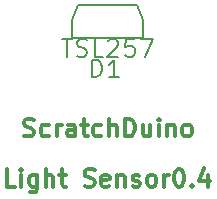
<source format=gbr>
G04 (created by PCBNEW (2013-may-18)-stable) date Вс 25 окт 2015 21:35:21*
%MOIN*%
G04 Gerber Fmt 3.4, Leading zero omitted, Abs format*
%FSLAX34Y34*%
G01*
G70*
G90*
G04 APERTURE LIST*
%ADD10C,0.00393701*%
%ADD11C,0.011811*%
%ADD12C,0.00590551*%
G04 APERTURE END LIST*
G54D10*
G54D11*
X8436Y-12050D02*
X8155Y-12050D01*
X8155Y-11459D01*
X8633Y-12050D02*
X8633Y-11656D01*
X8633Y-11459D02*
X8605Y-11487D01*
X8633Y-11515D01*
X8661Y-11487D01*
X8633Y-11459D01*
X8633Y-11515D01*
X9167Y-11656D02*
X9167Y-12134D01*
X9139Y-12190D01*
X9111Y-12218D01*
X9055Y-12246D01*
X8970Y-12246D01*
X8914Y-12218D01*
X9167Y-12021D02*
X9111Y-12050D01*
X8998Y-12050D01*
X8942Y-12021D01*
X8914Y-11993D01*
X8886Y-11937D01*
X8886Y-11768D01*
X8914Y-11712D01*
X8942Y-11684D01*
X8998Y-11656D01*
X9111Y-11656D01*
X9167Y-11684D01*
X9448Y-12050D02*
X9448Y-11459D01*
X9701Y-12050D02*
X9701Y-11740D01*
X9673Y-11684D01*
X9617Y-11656D01*
X9533Y-11656D01*
X9476Y-11684D01*
X9448Y-11712D01*
X9898Y-11656D02*
X10123Y-11656D01*
X9983Y-11459D02*
X9983Y-11965D01*
X10011Y-12021D01*
X10067Y-12050D01*
X10123Y-12050D01*
X10742Y-12021D02*
X10826Y-12050D01*
X10967Y-12050D01*
X11023Y-12021D01*
X11051Y-11993D01*
X11079Y-11937D01*
X11079Y-11881D01*
X11051Y-11825D01*
X11023Y-11796D01*
X10967Y-11768D01*
X10854Y-11740D01*
X10798Y-11712D01*
X10770Y-11684D01*
X10742Y-11628D01*
X10742Y-11571D01*
X10770Y-11515D01*
X10798Y-11487D01*
X10854Y-11459D01*
X10995Y-11459D01*
X11079Y-11487D01*
X11557Y-12021D02*
X11501Y-12050D01*
X11389Y-12050D01*
X11332Y-12021D01*
X11304Y-11965D01*
X11304Y-11740D01*
X11332Y-11684D01*
X11389Y-11656D01*
X11501Y-11656D01*
X11557Y-11684D01*
X11586Y-11740D01*
X11586Y-11796D01*
X11304Y-11853D01*
X11839Y-11656D02*
X11839Y-12050D01*
X11839Y-11712D02*
X11867Y-11684D01*
X11923Y-11656D01*
X12007Y-11656D01*
X12064Y-11684D01*
X12092Y-11740D01*
X12092Y-12050D01*
X12345Y-12021D02*
X12401Y-12050D01*
X12514Y-12050D01*
X12570Y-12021D01*
X12598Y-11965D01*
X12598Y-11937D01*
X12570Y-11881D01*
X12514Y-11853D01*
X12429Y-11853D01*
X12373Y-11825D01*
X12345Y-11768D01*
X12345Y-11740D01*
X12373Y-11684D01*
X12429Y-11656D01*
X12514Y-11656D01*
X12570Y-11684D01*
X12935Y-12050D02*
X12879Y-12021D01*
X12851Y-11993D01*
X12823Y-11937D01*
X12823Y-11768D01*
X12851Y-11712D01*
X12879Y-11684D01*
X12935Y-11656D01*
X13020Y-11656D01*
X13076Y-11684D01*
X13104Y-11712D01*
X13132Y-11768D01*
X13132Y-11937D01*
X13104Y-11993D01*
X13076Y-12021D01*
X13020Y-12050D01*
X12935Y-12050D01*
X13385Y-12050D02*
X13385Y-11656D01*
X13385Y-11768D02*
X13413Y-11712D01*
X13442Y-11684D01*
X13498Y-11656D01*
X13554Y-11656D01*
X13863Y-11459D02*
X13920Y-11459D01*
X13976Y-11487D01*
X14004Y-11515D01*
X14032Y-11571D01*
X14060Y-11684D01*
X14060Y-11825D01*
X14032Y-11937D01*
X14004Y-11993D01*
X13976Y-12021D01*
X13920Y-12050D01*
X13863Y-12050D01*
X13807Y-12021D01*
X13779Y-11993D01*
X13751Y-11937D01*
X13723Y-11825D01*
X13723Y-11684D01*
X13751Y-11571D01*
X13779Y-11515D01*
X13807Y-11487D01*
X13863Y-11459D01*
X14313Y-11993D02*
X14341Y-12021D01*
X14313Y-12050D01*
X14285Y-12021D01*
X14313Y-11993D01*
X14313Y-12050D01*
X14848Y-11656D02*
X14848Y-12050D01*
X14707Y-11431D02*
X14566Y-11853D01*
X14932Y-11853D01*
X8717Y-10348D02*
X8802Y-10376D01*
X8942Y-10376D01*
X8998Y-10348D01*
X9026Y-10320D01*
X9055Y-10264D01*
X9055Y-10208D01*
X9026Y-10151D01*
X8998Y-10123D01*
X8942Y-10095D01*
X8830Y-10067D01*
X8773Y-10039D01*
X8745Y-10011D01*
X8717Y-9955D01*
X8717Y-9898D01*
X8745Y-9842D01*
X8773Y-9814D01*
X8830Y-9786D01*
X8970Y-9786D01*
X9055Y-9814D01*
X9561Y-10348D02*
X9505Y-10376D01*
X9392Y-10376D01*
X9336Y-10348D01*
X9308Y-10320D01*
X9280Y-10264D01*
X9280Y-10095D01*
X9308Y-10039D01*
X9336Y-10011D01*
X9392Y-9983D01*
X9505Y-9983D01*
X9561Y-10011D01*
X9814Y-10376D02*
X9814Y-9983D01*
X9814Y-10095D02*
X9842Y-10039D01*
X9870Y-10011D01*
X9926Y-9983D01*
X9983Y-9983D01*
X10433Y-10376D02*
X10433Y-10067D01*
X10404Y-10011D01*
X10348Y-9983D01*
X10236Y-9983D01*
X10179Y-10011D01*
X10433Y-10348D02*
X10376Y-10376D01*
X10236Y-10376D01*
X10179Y-10348D01*
X10151Y-10292D01*
X10151Y-10236D01*
X10179Y-10179D01*
X10236Y-10151D01*
X10376Y-10151D01*
X10433Y-10123D01*
X10629Y-9983D02*
X10854Y-9983D01*
X10714Y-9786D02*
X10714Y-10292D01*
X10742Y-10348D01*
X10798Y-10376D01*
X10854Y-10376D01*
X11304Y-10348D02*
X11248Y-10376D01*
X11136Y-10376D01*
X11079Y-10348D01*
X11051Y-10320D01*
X11023Y-10264D01*
X11023Y-10095D01*
X11051Y-10039D01*
X11079Y-10011D01*
X11136Y-9983D01*
X11248Y-9983D01*
X11304Y-10011D01*
X11557Y-10376D02*
X11557Y-9786D01*
X11811Y-10376D02*
X11811Y-10067D01*
X11782Y-10011D01*
X11726Y-9983D01*
X11642Y-9983D01*
X11586Y-10011D01*
X11557Y-10039D01*
X12092Y-10376D02*
X12092Y-9786D01*
X12232Y-9786D01*
X12317Y-9814D01*
X12373Y-9870D01*
X12401Y-9926D01*
X12429Y-10039D01*
X12429Y-10123D01*
X12401Y-10236D01*
X12373Y-10292D01*
X12317Y-10348D01*
X12232Y-10376D01*
X12092Y-10376D01*
X12935Y-9983D02*
X12935Y-10376D01*
X12682Y-9983D02*
X12682Y-10292D01*
X12710Y-10348D01*
X12767Y-10376D01*
X12851Y-10376D01*
X12907Y-10348D01*
X12935Y-10320D01*
X13217Y-10376D02*
X13217Y-9983D01*
X13217Y-9786D02*
X13188Y-9814D01*
X13217Y-9842D01*
X13245Y-9814D01*
X13217Y-9786D01*
X13217Y-9842D01*
X13498Y-9983D02*
X13498Y-10376D01*
X13498Y-10039D02*
X13526Y-10011D01*
X13582Y-9983D01*
X13667Y-9983D01*
X13723Y-10011D01*
X13751Y-10067D01*
X13751Y-10376D01*
X14116Y-10376D02*
X14060Y-10348D01*
X14032Y-10320D01*
X14004Y-10264D01*
X14004Y-10095D01*
X14032Y-10039D01*
X14060Y-10011D01*
X14116Y-9983D01*
X14201Y-9983D01*
X14257Y-10011D01*
X14285Y-10039D01*
X14313Y-10095D01*
X14313Y-10264D01*
X14285Y-10320D01*
X14257Y-10348D01*
X14201Y-10376D01*
X14116Y-10376D01*
G54D12*
X12696Y-7086D02*
X10334Y-7086D01*
X10334Y-7086D02*
X10334Y-6496D01*
X10334Y-6496D02*
X10531Y-6003D01*
X10531Y-6003D02*
X12500Y-6003D01*
X12500Y-6003D02*
X12696Y-6496D01*
X12696Y-6496D02*
X12696Y-7086D01*
X10981Y-8408D02*
X10981Y-7817D01*
X11122Y-7817D01*
X11206Y-7845D01*
X11262Y-7902D01*
X11290Y-7958D01*
X11318Y-8070D01*
X11318Y-8155D01*
X11290Y-8267D01*
X11262Y-8323D01*
X11206Y-8380D01*
X11122Y-8408D01*
X10981Y-8408D01*
X11881Y-8408D02*
X11543Y-8408D01*
X11712Y-8408D02*
X11712Y-7817D01*
X11656Y-7902D01*
X11600Y-7958D01*
X11543Y-7986D01*
X9983Y-7128D02*
X10320Y-7128D01*
X10151Y-7719D02*
X10151Y-7128D01*
X10489Y-7691D02*
X10573Y-7719D01*
X10714Y-7719D01*
X10770Y-7691D01*
X10798Y-7663D01*
X10826Y-7606D01*
X10826Y-7550D01*
X10798Y-7494D01*
X10770Y-7466D01*
X10714Y-7438D01*
X10601Y-7410D01*
X10545Y-7381D01*
X10517Y-7353D01*
X10489Y-7297D01*
X10489Y-7241D01*
X10517Y-7185D01*
X10545Y-7156D01*
X10601Y-7128D01*
X10742Y-7128D01*
X10826Y-7156D01*
X11361Y-7719D02*
X11079Y-7719D01*
X11079Y-7128D01*
X11529Y-7185D02*
X11557Y-7156D01*
X11614Y-7128D01*
X11754Y-7128D01*
X11811Y-7156D01*
X11839Y-7185D01*
X11867Y-7241D01*
X11867Y-7297D01*
X11839Y-7381D01*
X11501Y-7719D01*
X11867Y-7719D01*
X12401Y-7128D02*
X12120Y-7128D01*
X12092Y-7410D01*
X12120Y-7381D01*
X12176Y-7353D01*
X12317Y-7353D01*
X12373Y-7381D01*
X12401Y-7410D01*
X12429Y-7466D01*
X12429Y-7606D01*
X12401Y-7663D01*
X12373Y-7691D01*
X12317Y-7719D01*
X12176Y-7719D01*
X12120Y-7691D01*
X12092Y-7663D01*
X12626Y-7128D02*
X13020Y-7128D01*
X12767Y-7719D01*
M02*

</source>
